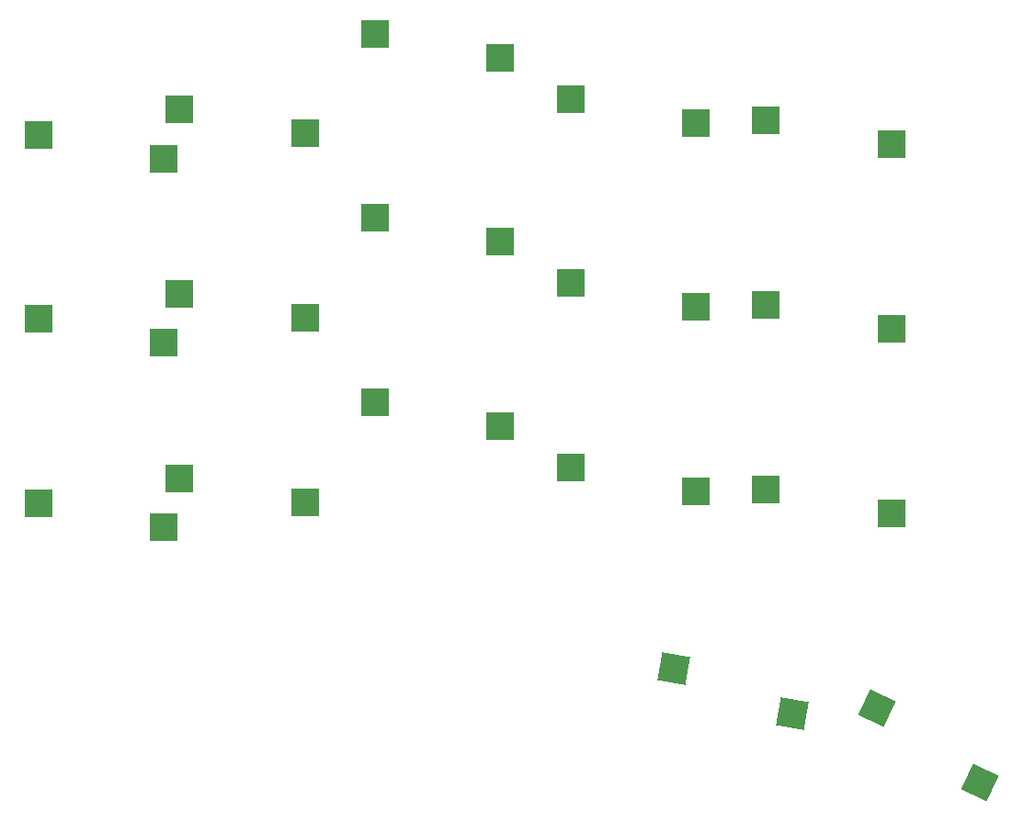
<source format=gbp>
G04 #@! TF.GenerationSoftware,KiCad,Pcbnew,7.0.6*
G04 #@! TF.CreationDate,2024-09-20T23:29:42+02:00*
G04 #@! TF.ProjectId,KoalaKeeb_v0.2_left,4b6f616c-614b-4656-9562-5f76302e325f,rev?*
G04 #@! TF.SameCoordinates,Original*
G04 #@! TF.FileFunction,Paste,Bot*
G04 #@! TF.FilePolarity,Positive*
%FSLAX46Y46*%
G04 Gerber Fmt 4.6, Leading zero omitted, Abs format (unit mm)*
G04 Created by KiCad (PCBNEW 7.0.6) date 2024-09-20 23:29:42*
%MOMM*%
%LPD*%
G01*
G04 APERTURE LIST*
G04 Aperture macros list*
%AMRotRect*
0 Rectangle, with rotation*
0 The origin of the aperture is its center*
0 $1 length*
0 $2 width*
0 $3 Rotation angle, in degrees counterclockwise*
0 Add horizontal line*
21,1,$1,$2,0,0,$3*%
G04 Aperture macros list end*
%ADD10R,2.600000X2.600000*%
%ADD11RotRect,2.600000X2.600000X350.000000*%
%ADD12RotRect,2.600000X2.600000X335.000000*%
G04 APERTURE END LIST*
D10*
X245275000Y-60950000D03*
X233725000Y-58750000D03*
D11*
X236192039Y-96428304D03*
X225199535Y-92256090D03*
D10*
X227275000Y-41950000D03*
X215725000Y-39750000D03*
X245275000Y-77950000D03*
X233725000Y-75750000D03*
X166725000Y-43050000D03*
X178275000Y-45250000D03*
X191275000Y-76950000D03*
X179725000Y-74750000D03*
X209275000Y-52950000D03*
X197725000Y-50750000D03*
D12*
X253453579Y-102776606D03*
X243915485Y-95901488D03*
D10*
X166725000Y-60050000D03*
X178275000Y-62250000D03*
X209275000Y-69950000D03*
X197725000Y-67750000D03*
X209275000Y-35950000D03*
X197725000Y-33750000D03*
X245275000Y-43950000D03*
X233725000Y-41750000D03*
X227275000Y-75950000D03*
X215725000Y-73750000D03*
X191275000Y-42950000D03*
X179725000Y-40750000D03*
X191275000Y-59950000D03*
X179725000Y-57750000D03*
X227275000Y-58950000D03*
X215725000Y-56750000D03*
X166725000Y-77050000D03*
X178275000Y-79250000D03*
M02*

</source>
